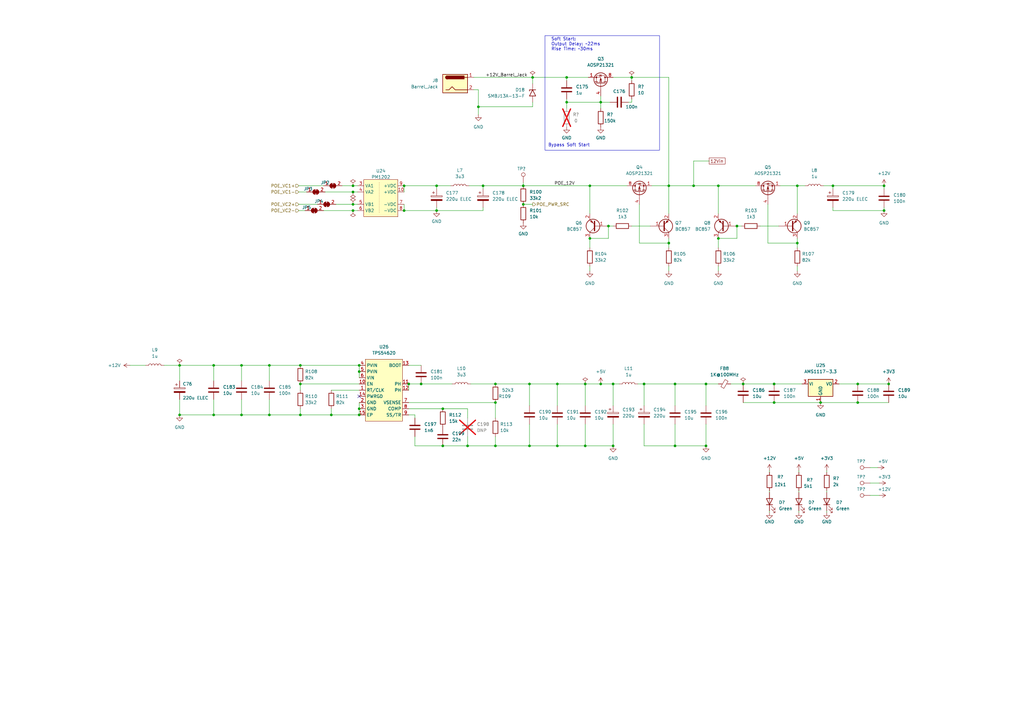
<source format=kicad_sch>
(kicad_sch (version 20230121) (generator eeschema)
  (paper "A3")
  (title_block (title "digital supply") (date "2023-11-27") (rev "r0_3") (company "M-Labs Limited") (comment 1 "Linus Woo Chun Kit"))
  (junction (at 259.08 31.75))
  (junction (at 87.63 149.86))
  (junction (at 179.07 86.36))
  (junction (at 165.735 86.36))
  (junction (at 364.49 157.48))
  (junction (at 241.935 97.79))
  (junction (at 276.86 157.48))
  (junction (at 144.78 76.2))
  (junction (at 181.61 182.88))
  (junction (at 274.32 99.695))
  (junction (at 147.32 167.64))
  (junction (at 241.935 76.2))
  (junction (at 251.46 182.88))
  (junction (at 181.61 167.64))
  (junction (at 144.78 83.82))
  (junction (at 284.48 76.2))
  (junction (at 246.38 157.48))
  (junction (at 317.5 165.1))
  (junction (at 228.6 157.48))
  (junction (at 203.2 157.48))
  (junction (at 362.585 86.36))
  (junction (at 251.46 157.48))
  (junction (at 110.49 170.18))
  (junction (at 144.78 86.36))
  (junction (at 167.64 157.48))
  (junction (at 274.32 76.2))
  (junction (at 135.89 170.18))
  (junction (at 73.66 170.18))
  (junction (at 214.63 83.82))
  (junction (at 302.26 92.71))
  (junction (at 246.38 41.91))
  (junction (at 196.215 43.815))
  (junction (at 240.03 182.88))
  (junction (at 147.32 149.86))
  (junction (at 203.2 182.88))
  (junction (at 336.55 165.1))
  (junction (at 240.03 157.48))
  (junction (at 249.555 92.71))
  (junction (at 110.49 149.86))
  (junction (at 351.79 165.1))
  (junction (at 294.64 97.79))
  (junction (at 123.19 170.18))
  (junction (at 317.5 157.48))
  (junction (at 289.56 157.48))
  (junction (at 351.79 157.48))
  (junction (at 203.2 165.1))
  (junction (at 327.025 76.2))
  (junction (at 217.17 182.88))
  (junction (at 214.63 76.2))
  (junction (at 304.8 157.48))
  (junction (at 217.17 157.48))
  (junction (at 179.07 76.2))
  (junction (at 87.63 170.18))
  (junction (at 232.41 31.75))
  (junction (at 362.585 76.2))
  (junction (at 144.78 78.74))
  (junction (at 123.19 149.86))
  (junction (at 341.63 76.2))
  (junction (at 73.66 149.86))
  (junction (at 165.735 76.2))
  (junction (at 218.44 31.75))
  (junction (at 327.025 99.695))
  (junction (at 99.06 170.18))
  (junction (at 294.64 76.2))
  (junction (at 289.56 182.88))
  (junction (at 232.41 41.91))
  (junction (at 147.32 152.4))
  (junction (at 228.6 182.88))
  (junction (at 191.77 182.88))
  (junction (at 99.06 149.86))
  (junction (at 123.19 157.48))
  (junction (at 276.86 182.88))
  (junction (at 147.32 170.18))
  (junction (at 172.72 157.48))
  (junction (at 198.12 76.2))
  (junction (at 264.16 157.48))
  (no_connect (at 147.32 162.56))
  (wire (pts (xy 337.82 76.2) (xy 341.63 76.2)))
  (wire (pts (xy 135.89 167.64) (xy 135.89 170.18)))
  (wire (pts (xy 294.64 76.2) (xy 309.88 76.2)))
  (wire (pts (xy 362.585 77.47) (xy 362.585 76.2)))
  (wire (pts (xy 87.63 149.86) (xy 99.06 149.86)))
  (wire (pts (xy 147.32 165.1) (xy 147.32 167.64)))
  (wire (pts (xy 165.735 86.36) (xy 179.07 86.36)))
  (wire (pts (xy 144.78 83.82) (xy 146.685 83.82)))
  (wire (pts (xy 140.335 76.2) (xy 144.78 76.2)))
  (wire (pts (xy 327.025 76.2) (xy 327.025 87.63)))
  (wire (pts (xy 110.49 149.86) (xy 123.19 149.86)))
  (wire (pts (xy 99.06 163.83) (xy 99.06 170.18)))
  (wire (pts (xy 339.09 209.55) (xy 339.09 210.185)))
  (wire (pts (xy 264.16 157.48) (xy 276.86 157.48)))
  (wire (pts (xy 241.935 76.2) (xy 257.175 76.2)))
  (wire (pts (xy 165.735 83.82) (xy 165.735 86.36)))
  (wire (pts (xy 294.64 97.79) (xy 294.64 101.6)))
  (wire (pts (xy 135.89 160.02) (xy 147.32 160.02)))
  (wire (pts (xy 228.6 182.88) (xy 240.03 182.88)))
  (wire (pts (xy 327.025 99.695) (xy 327.025 101.6)))
  (wire (pts (xy 218.44 31.75) (xy 194.31 31.75)))
  (wire (pts (xy 99.06 170.18) (xy 110.49 170.18)))
  (wire (pts (xy 110.49 170.18) (xy 123.19 170.18)))
  (wire (pts (xy 232.41 41.91) (xy 232.41 44.45)))
  (wire (pts (xy 192.405 76.2) (xy 198.12 76.2)))
  (wire (pts (xy 274.32 76.2) (xy 284.48 76.2)))
  (wire (pts (xy 341.63 76.2) (xy 362.585 76.2)))
  (wire (pts (xy 304.8 165.1) (xy 317.5 165.1)))
  (wire (pts (xy 170.18 179.07) (xy 170.18 182.88)))
  (wire (pts (xy 203.2 182.88) (xy 203.2 179.07)))
  (wire (pts (xy 181.61 167.64) (xy 191.77 167.64)))
  (wire (pts (xy 217.17 157.48) (xy 217.17 166.37)))
  (wire (pts (xy 53.34 149.86) (xy 59.69 149.86)))
  (wire (pts (xy 267.335 76.2) (xy 274.32 76.2)))
  (wire (pts (xy 122.555 83.82) (xy 130.175 83.82)))
  (wire (pts (xy 246.38 41.91) (xy 250.19 41.91)))
  (wire (pts (xy 147.32 149.86) (xy 147.32 152.4)))
  (wire (pts (xy 167.64 149.86) (xy 172.72 149.86)))
  (wire (pts (xy 123.19 157.48) (xy 123.19 160.02)))
  (wire (pts (xy 123.19 167.64) (xy 123.19 170.18)))
  (wire (pts (xy 73.66 163.83) (xy 73.66 170.18)))
  (wire (pts (xy 240.03 157.48) (xy 240.03 166.37)))
  (wire (pts (xy 132.715 86.36) (xy 144.78 86.36)))
  (wire (pts (xy 251.46 182.88) (xy 251.46 173.99)))
  (wire (pts (xy 259.08 40.64) (xy 259.08 41.91)))
  (wire (pts (xy 317.5 157.48) (xy 328.93 157.48)))
  (wire (pts (xy 276.86 157.48) (xy 289.56 157.48)))
  (wire (pts (xy 99.06 149.86) (xy 110.49 149.86)))
  (wire (pts (xy 320.04 76.2) (xy 327.025 76.2)))
  (wire (pts (xy 167.64 165.1) (xy 203.2 165.1)))
  (wire (pts (xy 284.48 76.2) (xy 294.64 76.2)))
  (wire (pts (xy 289.56 173.99) (xy 289.56 182.88)))
  (wire (pts (xy 251.46 157.48) (xy 251.46 166.37)))
  (wire (pts (xy 274.32 76.2) (xy 274.32 87.63)))
  (wire (pts (xy 123.19 157.48) (xy 147.32 157.48)))
  (wire (pts (xy 196.215 36.83) (xy 194.31 36.83)))
  (wire (pts (xy 218.44 41.91) (xy 218.44 43.815)))
  (wire (pts (xy 87.63 170.18) (xy 99.06 170.18)))
  (wire (pts (xy 135.89 170.18) (xy 147.32 170.18)))
  (wire (pts (xy 351.79 157.48) (xy 364.49 157.48)))
  (wire (pts (xy 179.07 76.2) (xy 179.07 77.47)))
  (wire (pts (xy 327.025 76.2) (xy 330.2 76.2)))
  (wire (pts (xy 123.19 149.86) (xy 147.32 149.86)))
  (wire (pts (xy 276.86 166.37) (xy 276.86 157.48)))
  (wire (pts (xy 144.78 78.74) (xy 146.685 78.74)))
  (wire (pts (xy 276.86 182.88) (xy 289.56 182.88)))
  (wire (pts (xy 232.41 40.64) (xy 232.41 41.91)))
  (wire (pts (xy 73.66 156.21) (xy 73.66 149.86)))
  (wire (pts (xy 232.41 41.91) (xy 246.38 41.91)))
  (wire (pts (xy 214.63 74.93) (xy 214.63 76.2)))
  (wire (pts (xy 198.12 76.2) (xy 214.63 76.2)))
  (wire (pts (xy 294.64 109.22) (xy 294.64 111.125)))
  (wire (pts (xy 122.555 86.36) (xy 125.095 86.36)))
  (wire (pts (xy 259.08 31.75) (xy 259.08 33.02)))
  (wire (pts (xy 217.17 157.48) (xy 228.6 157.48)))
  (wire (pts (xy 232.41 31.75) (xy 232.41 33.02)))
  (wire (pts (xy 259.08 41.91) (xy 257.81 41.91)))
  (wire (pts (xy 356.87 203.2) (xy 360.68 203.2)))
  (wire (pts (xy 246.38 39.37) (xy 246.38 41.91)))
  (wire (pts (xy 362.585 85.09) (xy 362.585 86.36)))
  (wire (pts (xy 203.2 157.48) (xy 217.17 157.48)))
  (wire (pts (xy 344.17 157.48) (xy 351.79 157.48)))
  (wire (pts (xy 123.19 170.18) (xy 135.89 170.18)))
  (wire (pts (xy 339.09 193.675) (xy 339.09 193.04)))
  (wire (pts (xy 198.12 76.2) (xy 198.12 77.47)))
  (wire (pts (xy 170.18 182.88) (xy 181.61 182.88)))
  (wire (pts (xy 294.64 76.2) (xy 294.64 87.63)))
  (wire (pts (xy 284.48 66.04) (xy 284.48 76.2)))
  (wire (pts (xy 290.83 66.04) (xy 284.48 66.04)))
  (wire (pts (xy 218.44 31.75) (xy 218.44 34.29)))
  (wire (pts (xy 191.77 182.88) (xy 203.2 182.88)))
  (wire (pts (xy 172.72 157.48) (xy 185.42 157.48)))
  (wire (pts (xy 261.62 157.48) (xy 264.16 157.48)))
  (wire (pts (xy 315.595 201.93) (xy 315.595 201.295)))
  (wire (pts (xy 251.46 31.75) (xy 259.08 31.75)))
  (wire (pts (xy 327.025 109.22) (xy 327.025 111.125)))
  (wire (pts (xy 110.49 163.83) (xy 110.49 170.18)))
  (wire (pts (xy 314.96 99.695) (xy 327.025 99.695)))
  (wire (pts (xy 249.555 92.71) (xy 251.46 92.71)))
  (wire (pts (xy 341.63 76.2) (xy 341.63 77.47)))
  (wire (pts (xy 203.2 182.88) (xy 217.17 182.88)))
  (wire (pts (xy 254 157.48) (xy 251.46 157.48)))
  (wire (pts (xy 360.045 191.77) (xy 356.87 191.77)))
  (wire (pts (xy 196.215 43.815) (xy 218.44 43.815)))
  (wire (pts (xy 246.38 41.91) (xy 246.38 44.45)))
  (wire (pts (xy 241.935 97.79) (xy 241.935 101.6)))
  (wire (pts (xy 198.12 85.09) (xy 198.12 86.36)))
  (wire (pts (xy 241.935 76.2) (xy 241.935 87.63)))
  (wire (pts (xy 314.96 83.82) (xy 314.96 99.695)))
  (wire (pts (xy 228.6 157.48) (xy 240.03 157.48)))
  (wire (pts (xy 264.16 182.88) (xy 264.16 173.99)))
  (wire (pts (xy 73.66 149.86) (xy 87.63 149.86)))
  (wire (pts (xy 315.595 193.675) (xy 315.595 193.04)))
  (wire (pts (xy 262.255 83.82) (xy 262.255 99.695)))
  (wire (pts (xy 179.07 86.36) (xy 179.07 85.09)))
  (wire (pts (xy 179.07 76.2) (xy 184.785 76.2)))
  (wire (pts (xy 147.32 167.64) (xy 147.32 170.18)))
  (wire (pts (xy 299.72 157.48) (xy 304.8 157.48)))
  (wire (pts (xy 196.215 43.815) (xy 196.215 36.83)))
  (wire (pts (xy 274.32 109.22) (xy 274.32 111.125)))
  (wire (pts (xy 241.935 109.22) (xy 241.935 111.125)))
  (wire (pts (xy 144.78 76.2) (xy 146.685 76.2)))
  (wire (pts (xy 232.41 31.75) (xy 241.3 31.75)))
  (wire (pts (xy 87.63 149.86) (xy 87.63 156.21)))
  (wire (pts (xy 165.735 76.2) (xy 165.735 78.74)))
  (wire (pts (xy 317.5 165.1) (xy 336.55 165.1)))
  (wire (pts (xy 203.2 171.45) (xy 203.2 165.1)))
  (wire (pts (xy 339.09 201.295) (xy 339.09 201.93)))
  (wire (pts (xy 167.64 157.48) (xy 172.72 157.48)))
  (wire (pts (xy 122.555 76.2) (xy 132.715 76.2)))
  (wire (pts (xy 137.795 83.82) (xy 144.78 83.82)))
  (wire (pts (xy 147.32 152.4) (xy 147.32 154.94)))
  (wire (pts (xy 170.18 170.18) (xy 170.18 171.45)))
  (wire (pts (xy 193.04 157.48) (xy 203.2 157.48)))
  (wire (pts (xy 241.935 97.79) (xy 249.555 97.79)))
  (wire (pts (xy 133.35 78.74) (xy 144.78 78.74)))
  (wire (pts (xy 198.12 86.36) (xy 179.07 86.36)))
  (wire (pts (xy 214.63 83.82) (xy 218.44 83.82)))
  (wire (pts (xy 144.78 86.36) (xy 146.685 86.36)))
  (wire (pts (xy 327.66 193.04) (xy 327.66 193.675)))
  (wire (pts (xy 228.6 157.48) (xy 228.6 166.37)))
  (wire (pts (xy 218.44 31.75) (xy 232.41 31.75)))
  (wire (pts (xy 264.16 182.88) (xy 276.86 182.88)))
  (wire (pts (xy 87.63 163.83) (xy 87.63 170.18)))
  (wire (pts (xy 191.77 182.88) (xy 191.77 179.07)))
  (wire (pts (xy 249.555 97.79) (xy 249.555 92.71)))
  (wire (pts (xy 294.64 97.79) (xy 302.26 97.79)))
  (wire (pts (xy 240.03 173.99) (xy 240.03 182.88)))
  (wire (pts (xy 217.17 173.99) (xy 217.17 182.88)))
  (wire (pts (xy 167.64 170.18) (xy 170.18 170.18)))
  (wire (pts (xy 327.025 97.79) (xy 327.025 99.695)))
  (wire (pts (xy 165.735 76.2) (xy 179.07 76.2)))
  (wire (pts (xy 315.595 210.185) (xy 315.595 209.55)))
  (wire (pts (xy 246.38 157.48) (xy 251.46 157.48)))
  (wire (pts (xy 181.61 182.88) (xy 191.77 182.88)))
  (wire (pts (xy 341.63 86.36) (xy 362.585 86.36)))
  (wire (pts (xy 327.66 210.185) (xy 327.66 209.55)))
  (wire (pts (xy 73.66 170.18) (xy 87.63 170.18)))
  (wire (pts (xy 276.86 173.99) (xy 276.86 182.88)))
  (wire (pts (xy 302.26 92.71) (xy 304.165 92.71)))
  (wire (pts (xy 67.31 149.86) (xy 73.66 149.86)))
  (wire (pts (xy 228.6 173.99) (xy 228.6 182.88)))
  (wire (pts (xy 110.49 149.86) (xy 110.49 156.21)))
  (wire (pts (xy 264.16 166.37) (xy 264.16 157.48)))
  (wire (pts (xy 191.77 167.64) (xy 191.77 171.45)))
  (wire (pts (xy 327.66 201.93) (xy 327.66 201.295)))
  (wire (pts (xy 360.68 198.12) (xy 356.87 198.12)))
  (wire (pts (xy 240.03 182.88) (xy 251.46 182.88)))
  (wire (pts (xy 274.32 99.695) (xy 274.32 101.6)))
  (wire (pts (xy 122.555 78.74) (xy 125.73 78.74)))
  (wire (pts (xy 262.255 99.695) (xy 274.32 99.695)))
  (wire (pts (xy 341.63 86.36) (xy 341.63 85.09)))
  (wire (pts (xy 351.79 165.1) (xy 364.49 165.1)))
  (wire (pts (xy 167.64 167.64) (xy 181.61 167.64)))
  (wire (pts (xy 304.8 157.48) (xy 317.5 157.48)))
  (wire (pts (xy 274.32 31.75) (xy 274.32 76.2)))
  (wire (pts (xy 259.08 92.71) (xy 266.7 92.71)))
  (wire (pts (xy 99.06 156.21) (xy 99.06 149.86)))
  (wire (pts (xy 311.785 92.71) (xy 319.405 92.71)))
  (wire (pts (xy 289.56 157.48) (xy 294.64 157.48)))
  (wire (pts (xy 302.26 97.79) (xy 302.26 92.71)))
  (wire (pts (xy 167.64 157.48) (xy 167.64 160.02)))
  (wire (pts (xy 259.08 31.75) (xy 274.32 31.75)))
  (wire (pts (xy 214.63 76.2) (xy 241.935 76.2)))
  (wire (pts (xy 274.32 97.79) (xy 274.32 99.695)))
  (wire (pts (xy 240.03 157.48) (xy 246.38 157.48)))
  (wire (pts (xy 217.17 182.88) (xy 228.6 182.88)))
  (wire (pts (xy 196.215 46.99) (xy 196.215 43.815)))
  (wire (pts (xy 289.56 166.37) (xy 289.56 157.48)))
  (wire (pts (xy 336.55 165.1) (xy 351.79 165.1)))
  (rectangle (start 223.52 14.605) (end 270.51 61.595))
  (text "Bypass Soft Start" (at 241.935 60.325 0) (effects (font (size 1.27 1.27)) (justify right bottom)))
  (text "Soft Start:\nOutput Delay: ~22ms\nRise Time: ~30ms\n" (at 226.06 20.955 0) (effects (font (size 1.27 1.27)) (justify left bottom)))
  (label "POE_12V" (at 227.33 76.2 0))
  (label "+12V_Barrel_Jack" (at 199.136 31.75 0))
  (global_label "12Vin" (shape passive) (at 290.83 66.04 0) (property "Intersheetrefs" "${INTERSHEET_REFS}" (effects hide)))
  (hierarchical_label "POE_PWR_SRC" (shape output) (at 218.44 83.82 0))
  (hierarchical_label "POE_VC2+" (shape input) (at 122.555 83.82 180))
  (hierarchical_label "POE_VC2-" (shape input) (at 122.555 86.36 180))
  (hierarchical_label "POE_VC1-" (shape input) (at 122.555 78.74 180))
  (hierarchical_label "POE_VC1+" (shape input) (at 122.555 76.2 180))
  (symbol (lib_id "Device:L") (at 189.23 157.48 90) (unit 1)
    (property "Reference" "L10" (at 189.23 151.13 90))
    (property "Value" "3u3" (at 189.23 153.67 90))
    (property "Footprint" "Inductor_SMD:L_Wuerth_MAPI-4020" (effects hide))
    (property "MFR_PN" "74438356033" (effects hide))
  )
  (symbol (lib_id "Device:C") (at 276.86 170.18 0) (unit 1)
    (property "Reference" "C195" (at 280.67 168.9099 0) (effects (justify left)))
    (property "Value" "10u" (at 280.67 171.4499 0) (effects (justify left)))
    (property "Footprint" "Capacitor_SMD:C_0805_2012Metric" (effects hide))
    (property "MFR_PN" "CL21B106KOQNNNG" (effects hide))
    (property "MFR_PN_ALT" "CL21B106KOQNNNE" (effects hide))
  )
  (symbol (lib_id "Device:C") (at 362.585 81.28 0) (unit 1)
    (property "Reference" "C180" (at 366.395 80.0099 0) (effects (justify left)))
    (property "Value" "100n" (at 366.395 82.5499 0) (effects (justify left)))
    (property "Footprint" "Capacitor_SMD:C_0603_1608Metric" (effects hide))
    (property "MFR_PN" "CL10B104KB8NNWC" (effects hide))
    (property "MFR_PN_ALT" "CL10B104KB8NNNL" (effects hide))
  )
  (symbol (lib_id "power:+5V") (at 327.66 193.04 0) (unit 1)
    (property "Reference" "#PWR0211" (effects hide))
    (property "Value" "+5V" (at 327.66 187.96 0))
  )
  (symbol (lib_id "Jumper:SolderJumper_2_Bridged") (at 136.525 76.2 0) (unit 1) (in_bom no)
    (property "Reference" "JP2" (at 133.35 74.93 0))
    (property "Value" "SolderJumper_2_Bridged" (effects hide))
    (property "Footprint" "Jumper:SolderJumper-2_P1.3mm_Bridged2Bar_Pad1.0x1.5mm" (effects hide))
  )
  (symbol (lib_id "Device:C_Polarized") (at 341.63 81.28 0) (unit 1)
    (property "Reference" "C179" (at 345.44 79.121 0) (effects (justify left)))
    (property "Value" "220u ELEC" (at 345.44 81.661 0) (effects (justify left)))
    (property "Footprint" "kirdy:Cap_Elec_SMD_865080345012" (effects hide))
    (property "MFR_PN" "865080345012" (effects hide))
  )
  (symbol (lib_id "Device:C_Polarized") (at 179.07 81.28 0) (unit 1)
    (property "Reference" "C177" (at 182.88 79.121 0) (effects (justify left)))
    (property "Value" "220u ELEC" (at 182.88 81.661 0) (effects (justify left)))
    (property "Footprint" "kirdy:Cap_Elec_SMD_865080345012" (effects hide))
    (property "MFR_PN" "865080345012" (effects hide))
    (instances (project "kirdy" (path "" (reference "C177") (unit 1)) (path "" (reference "C?") (unit 1))))
  )
  (symbol (lib_id "Device:R") (at 294.64 105.41 0) (unit 1)
    (property "Reference" "R106" (at 296.545 104.1399 0) (effects (justify left)))
    (property "Value" "33k2" (at 296.545 106.6799 0) (effects (justify left)))
    (property "Footprint" "Resistor_SMD:R_0603_1608Metric" (effects hide))
    (property "MFR_PN" "CR0603-FX-3322ELF" (effects hide))
    (property "MFR_PN_ALT" "RC0603FR-0733K2L" (effects hide))
  )
  (symbol (lib_id "Device:C") (at 170.18 175.26 0) (unit 1)
    (property "Reference" "C197" (at 173.99 173.9899 0) (effects (justify left)))
    (property "Value" "1n6" (at 173.99 176.5299 0) (effects (justify left)))
    (property "Footprint" "Capacitor_SMD:C_0603_1608Metric" (effects hide))
    (property "MFR_PN" "GCM1885C1H162FA16D" (effects hide))
    (property "MFR_PN_ALT" "C0603C162J5GAC7867" (effects hide))
  )
  (symbol (lib_id "Device:C_Polarized") (at 264.16 170.18 0) (unit 1)
    (property "Reference" "C194" (at 267.97 168.0209 0) (effects (justify left)))
    (property "Value" "220u" (at 267.97 170.5609 0) (effects (justify left)))
    (property "Footprint" "Capacitor_Tantalum_SMD:CP_EIA-7343-15_Kemet-W" (effects hide))
    (property "MFR_PN" "T491D227K016AT" (effects hide))
    (property "MFR_PN_ALT" "293D227X9016E2TE3" (effects hide))
  )
  (symbol (lib_id "Transistor_BJT:BC857") (at 324.485 92.71 0) (mirror x) (unit 1)
    (property "Reference" "Q9" (at 329.565 91.4399 0) (effects (justify left)))
    (property "Value" "BC857" (at 329.565 93.9799 0) (effects (justify left)))
    (property "Footprint" "Package_TO_SOT_SMD:SOT-23" (effects hide))
    (property "Datasheet" "https://www.onsemi.com/pub/Collateral/BC860-D.pdf" (effects hide))
    (property "MFR_PN" "BC857B-TP" (effects hide))
    (property "MFR_PN_ALT" "BC857C-TP" (effects hide))
  )
  (symbol (lib_id "Device:C") (at 240.03 170.18 0) (unit 1)
    (property "Reference" "C192" (at 243.84 168.9099 0) (effects (justify left)))
    (property "Value" "10u" (at 243.84 171.4499 0) (effects (justify left)))
    (property "Footprint" "Capacitor_SMD:C_0805_2012Metric" (effects hide))
    (property "MFR_PN" "CL21B106KOQNNNG" (effects hide))
    (property "MFR_PN_ALT" "CL21B106KOQNNNE" (effects hide))
  )
  (symbol (lib_id "power:+12V") (at 315.595 193.04 0) (unit 1)
    (property "Reference" "#PWR0210" (effects hide))
    (property "Value" "+12V" (at 315.595 187.96 0))
  )
  (symbol (lib_id "power:GND") (at 196.215 46.99 0) (mirror y) (unit 1)
    (property "Reference" "#PWR0191" (effects hide))
    (property "Value" "GND" (at 196.215 52.07 0))
  )
  (symbol (lib_id "power:GND") (at 274.32 111.125 0) (unit 1)
    (property "Reference" "#PWR0199" (effects hide))
    (property "Value" "GND" (at 274.32 116.205 0))
  )
  (symbol (lib_id "Device:R") (at 181.61 171.45 0) (unit 1)
    (property "Reference" "R112" (at 184.15 170.1799 0) (effects (justify left)))
    (property "Value" "15k" (at 184.15 172.7199 0) (effects (justify left)))
    (property "Footprint" "Resistor_SMD:R_0603_1608Metric" (effects hide))
    (property "MFR_PN" "RT0603FRE0715KL" (effects hide))
  )
  (symbol (lib_id "Device:C") (at 304.8 161.29 0) (unit 1)
    (property "Reference" "C186" (at 308.61 160.0199 0) (effects (justify left)))
    (property "Value" "10u" (at 308.61 162.5599 0) (effects (justify left)))
    (property "Footprint" "Capacitor_SMD:C_0805_2012Metric" (effects hide))
    (property "MFR_PN" "CL21B106KOQNNNG" (effects hide))
    (property "MFR_PN_ALT" "CL21B106KOQNNNE" (effects hide))
  )
  (symbol (lib_id "Device:C") (at 351.79 161.29 0) (unit 1)
    (property "Reference" "C188" (at 355.6 160.0199 0) (effects (justify left)))
    (property "Value" "100n" (at 355.6 162.5599 0) (effects (justify left)))
    (property "Footprint" "Capacitor_SMD:C_0603_1608Metric" (effects hide))
    (property "MFR_PN" "CL10B104KB8NNWC" (effects hide))
    (property "MFR_PN_ALT" "CL10B104KB8NNNL" (effects hide))
  )
  (symbol (lib_id "power:+12V") (at 362.585 76.2 0) (unit 1)
    (property "Reference" "#PWR0194" (effects hide))
    (property "Value" "+12V" (at 362.585 71.12 0))
  )
  (symbol (lib_id "power:PWR_FLAG") (at 304.8 157.48 0) (unit 1)
    (property "Reference" "#FLG027" (effects hide))
    (property "Value" "PWR_FLAG" (effects hide))
  )
  (symbol (lib_id "power:GND") (at 241.935 111.125 0) (unit 1)
    (property "Reference" "#PWR0198" (effects hide))
    (property "Value" "GND" (at 241.935 116.205 0))
  )
  (symbol (lib_id "Device:L") (at 188.595 76.2 90) (unit 1)
    (property "Reference" "L7" (at 188.595 69.85 90))
    (property "Value" "3u3" (at 188.595 72.39 90))
    (property "Footprint" "Inductor_SMD:L_Wuerth_MAPI-4020" (effects hide))
    (property "MFR_PN" "74438356033" (effects hide))
  )
  (symbol (lib_id "Device:C") (at 87.63 160.02 0) (unit 1)
    (property "Reference" "C183" (at 91.44 158.7499 0) (effects (justify left)))
    (property "Value" "10u" (at 91.44 161.2899 0) (effects (justify left)))
    (property "Footprint" "Capacitor_SMD:C_0805_2012Metric" (effects hide))
    (property "MFR_PN" "CL21B106KOQNNNG" (effects hide))
    (property "MFR_PN_ALT" "CL21B106KOQNNNE" (effects hide))
  )
  (symbol (lib_id "power:PWR_FLAG") (at 144.78 86.36 180) (unit 1)
    (property "Reference" "#FLG024" (effects hide))
    (property "Value" "PWR_FLAG" (effects hide))
  )
  (symbol (lib_id "Device:R") (at 123.19 153.67 0) (unit 1)
    (property "Reference" "R108" (at 125.095 152.3999 0) (effects (justify left)))
    (property "Value" "82k" (at 125.095 154.9399 0) (effects (justify left)))
    (property "Footprint" "Resistor_SMD:R_0603_1608Metric" (effects hide))
    (property "MFR_PN" "CRGCQ0603F82K" (effects hide))
    (property "MFR_PN_ALT" "RMCF0603FT82K0" (effects hide))
  )
  (symbol (lib_id "Connector:TestPoint") (at 356.87 203.2 90) (unit 1)
    (property "Reference" "TP?" (at 354.965 200.66 90) (effects (justify left)))
    (property "Value" "TestPoint" (effects hide))
    (property "Footprint" "TestPoint:TestPoint_Pad_1.0x1.0mm" (effects hide))
    (instances (project "kirdy" (path "" (reference "TP?") (unit 1)) (path "" (reference "TP?") (unit 1)) (path "" (reference "TP15") (unit 1))))
  )
  (symbol (lib_id "Device:C_Polarized") (at 251.46 170.18 0) (unit 1)
    (property "Reference" "C193" (at 255.27 168.0209 0) (effects (justify left)))
    (property "Value" "220u" (at 255.27 170.5609 0) (effects (justify left)))
    (property "Footprint" "Capacitor_Tantalum_SMD:CP_EIA-7343-15_Kemet-W" (effects hide))
    (property "MFR_PN" "T491D227K016AT" (effects hide))
    (property "MFR_PN_ALT" "293D227X9016E2TE3" (effects hide))
  )
  (symbol (lib_id "kirdy:PM1202") (at 155.575 83.82 0) (unit 1)
    (property "Reference" "U24" (at 156.21 70.0872 0))
    (property "Value" "PM1202" (at 156.21 72.6241 0))
    (property "Footprint" "kirdy:PM1202" (effects hide))
    (property "Datasheet" "https://www.sdapo.net/product/product-12-386.html" (effects hide))
    (property "MFR_PN" "PM1202" (effects hide))
  )
  (symbol (lib_id "Device:R") (at 307.975 92.71 90) (unit 1)
    (property "Reference" "R103" (at 307.975 86.36 90))
    (property "Value" "1k3" (at 307.975 88.9 90))
    (property "Footprint" "Resistor_SMD:R_0603_1608Metric" (effects hide))
    (property "MFR_PN" "RC0603FR-071K3L" (effects hide))
    (property "MFR_PN_ALT" "CRCW06031K30FKEAC" (effects hide))
  )
  (symbol (lib_id "Device:C") (at 172.72 153.67 0) (unit 1)
    (property "Reference" "C181" (at 176.53 152.3999 0) (effects (justify left)))
    (property "Value" "100n" (at 176.53 154.9399 0) (effects (justify left)))
    (property "Footprint" "Capacitor_SMD:C_0603_1608Metric" (effects hide))
    (property "MFR_PN" "CL10B104KB8NNWC" (effects hide))
    (property "MFR_PN_ALT" "CL10B104KB8NNNL" (effects hide))
  )
  (symbol (lib_id "Device:R") (at 232.41 48.26 180) (unit 1) (dnp yes)
    (property "Reference" "R?" (at 236.22 46.99 0))
    (property "Value" "0" (at 236.22 49.53 0))
    (property "Footprint" "Resistor_SMD:R_0603_1608Metric" (effects hide))
    (property "MFR_PN" "RMCF0603ZT0R00" (effects hide))
    (property "MFR_PN_ALT" "CR0603-J/-000ELF" (effects hide))
    (instances (project "kirdy" (path "" (reference "R?") (unit 1)) (path "" (reference "R98") (unit 1))))
  )
  (symbol (lib_id "Diode:SM6T15A") (at 218.44 38.1 90) (mirror x) (unit 1)
    (property "Reference" "D18" (at 215.265 36.8299 90) (effects (justify left)))
    (property "Value" "SMBJ13A-13-F" (at 215.265 39.3699 90) (effects (justify left)))
    (property "Footprint" "Diode_SMD:D_SMB" (effects hide))
    (property "Datasheet" "https://www.st.com/resource/en/datasheet/sm6t.pdf" (effects hide))
    (property "MFR_PN" "SMBJ13A-13-F" (effects hide))
    (property "MFR_PN_ALT" "P6SMB16A" (effects hide))
  )
  (symbol (lib_id "power:PWR_FLAG") (at 144.78 78.74 180) (unit 1)
    (property "Reference" "#FLG022" (effects hide))
    (property "Value" "PWR_FLAG" (effects hide))
  )
  (symbol (lib_id "Device:LED") (at 315.595 205.74 90) (unit 1)
    (property "Reference" "D?" (at 319.405 206.0575 90) (effects (justify right)))
    (property "Value" "Green" (at 319.405 208.5975 90) (effects (justify right)))
    (property "Footprint" "LED_SMD:LED_0603_1608Metric" (effects hide))
    (property "MFR_PN" "150060GS75000" (effects hide))
    (instances (project "kirdy" (path "" (reference "D?") (unit 1)) (path "" (reference "D19") (unit 1))))
  )
  (symbol (lib_id "power:PWR_FLAG") (at 144.78 83.82 0) (unit 1)
    (property "Reference" "#FLG023" (effects hide))
    (property "Value" "PWR_FLAG" (effects hide))
  )
  (symbol (lib_id "Jumper:SolderJumper_2_Bridged") (at 128.905 86.36 0) (unit 1) (in_bom no)
    (property "Reference" "JP5" (at 125.73 85.09 0))
    (property "Value" "SolderJumper_2_Bridged" (effects hide))
    (property "Footprint" "Jumper:SolderJumper-2_P1.3mm_Bridged2Bar_Pad1.0x1.5mm" (effects hide))
  )
  (symbol (lib_id "Device:C") (at 228.6 170.18 0) (unit 1)
    (property "Reference" "C191" (at 232.41 168.9099 0) (effects (justify left)))
    (property "Value" "10u" (at 232.41 171.4499 0) (effects (justify left)))
    (property "Footprint" "Capacitor_SMD:C_0805_2012Metric" (effects hide))
    (property "MFR_PN" "CL21B106KOQNNNG" (effects hide))
    (property "MFR_PN_ALT" "CL21B106KOQNNNE" (effects hide))
  )
  (symbol (lib_id "Device:R") (at 203.2 161.29 180) (unit 1)
    (property "Reference" "R109" (at 207.01 162.56 0))
    (property "Value" "52k3" (at 208.28 160.02 0))
    (property "Footprint" "Resistor_SMD:R_0603_1608Metric" (effects hide))
    (property "MFR_PN" "CR0603-FX-5232ELF" (effects hide))
    (property "MFR_PN_ALT" "ERJ-3EKF5232V" (effects hide))
  )
  (symbol (lib_id "Device:C") (at 191.77 175.26 0) (unit 1) (dnp yes)
    (property "Reference" "C198" (at 195.58 173.9899 0) (effects (justify left)))
    (property "Value" "DNP" (at 195.58 176.5299 0) (effects (justify left)))
    (property "Footprint" "Capacitor_SMD:C_0603_1608Metric" (effects hide))
  )
  (symbol (lib_id "power:PWR_FLAG") (at 259.08 31.75 0) (mirror y) (unit 1)
    (property "Reference" "#FLG020" (effects hide))
    (property "Value" "PWR_FLAG" (effects hide))
  )
  (symbol (lib_id "Device:R") (at 214.63 80.01 0) (unit 1)
    (property "Reference" "R100" (at 217.17 78.7399 0) (effects (justify left)))
    (property "Value" "33k2" (at 217.17 81.2799 0) (effects (justify left)))
    (property "Footprint" "Resistor_SMD:R_0603_1608Metric" (effects hide))
    (property "MFR_PN" "CR0603-FX-3322ELF" (effects hide))
    (property "MFR_PN_ALT" "RC0603FR-0733K2L" (effects hide))
  )
  (symbol (lib_id "power:GND") (at 73.66 170.18 0) (unit 1)
    (property "Reference" "#PWR0206" (effects hide))
    (property "Value" "GND" (at 73.66 175.26 0))
  )
  (symbol (lib_id "Device:R") (at 255.27 92.71 90) (unit 1)
    (property "Reference" "R102" (at 255.27 86.36 90))
    (property "Value" "1k3" (at 255.27 88.9 90))
    (property "Footprint" "Resistor_SMD:R_0603_1608Metric" (effects hide))
    (property "MFR_PN" "RC0603FR-071K3L" (effects hide))
    (property "MFR_PN_ALT" "CRCW06031K30FKEAC" (effects hide))
  )
  (symbol (lib_id "Device:L") (at 257.81 157.48 90) (unit 1)
    (property "Reference" "L11" (at 257.81 151.13 90))
    (property "Value" "1u" (at 257.81 153.67 90))
    (property "Footprint" "Inductor_SMD:L_1008_2520Metric" (effects hide))
    (property "MFR_PN" "DFE252012F-1R0M=P2" (effects hide))
    (property "MFR_PN_ALT" "DFE252012P-1R0M=P2" (effects hide))
  )
  (symbol (lib_id "Device:LED") (at 327.66 205.74 90) (unit 1)
    (property "Reference" "D?" (at 331.47 206.0575 90) (effects (justify right)))
    (property "Value" "Green" (at 331.47 208.5975 90) (effects (justify right)))
    (property "Footprint" "LED_SMD:LED_0603_1608Metric" (effects hide))
    (property "MFR_PN" "150060GS75000" (effects hide))
    (instances (project "kirdy" (path "" (reference "D?") (unit 1)) (path "" (reference "D20") (unit 1))))
  )
  (symbol (lib_id "Device:R") (at 259.08 36.83 180) (unit 1)
    (property "Reference" "R?" (at 262.89 35.56 0))
    (property "Value" "10" (at 262.89 38.1 0))
    (property "Footprint" "Resistor_SMD:R_0603_1608Metric" (effects hide))
    (property "MFR_PN" "RT0603BRD0710RL" (effects hide))
    (property "MFR_PN_ALT" "WR06X10R0FTL" (effects hide))
    (instances (project "kirdy" (path "" (reference "R?") (unit 1)) (path "" (reference "R97") (unit 1))))
  )
  (symbol (lib_id "Device:C") (at 289.56 170.18 0) (unit 1)
    (property "Reference" "C196" (at 293.37 168.9099 0) (effects (justify left)))
    (property "Value" "100n" (at 293.37 171.4499 0) (effects (justify left)))
    (property "Footprint" "Capacitor_SMD:C_0603_1608Metric" (effects hide))
    (property "MFR_PN" "CL10B104KB8NNWC" (effects hide))
    (property "MFR_PN_ALT" "CL10B104KB8NNNL" (effects hide))
  )
  (symbol (lib_id "power:+5V") (at 246.38 157.48 0) (unit 1)
    (property "Reference" "#PWR0203" (effects hide))
    (property "Value" "+5V" (at 246.38 152.4 0))
  )
  (symbol (lib_id "Device:R") (at 241.935 105.41 0) (unit 1)
    (property "Reference" "R104" (at 243.84 104.1399 0) (effects (justify left)))
    (property "Value" "33k2" (at 243.84 106.6799 0) (effects (justify left)))
    (property "Footprint" "Resistor_SMD:R_0603_1608Metric" (effects hide))
    (property "MFR_PN" "CR0603-FX-3322ELF" (effects hide))
    (property "MFR_PN_ALT" "RC0603FR-0733K2L" (effects hide))
  )
  (symbol (lib_id "power:PWR_FLAG") (at 73.66 149.86 0) (unit 1)
    (property "Reference" "#FLG025" (effects hide))
    (property "Value" "PWR_FLAG" (effects hide))
  )
  (symbol (lib_id "Transistor_BJT:BC857") (at 297.18 92.71 180) (unit 1)
    (property "Reference" "Q8" (at 291.465 91.4399 0) (effects (justify left)))
    (property "Value" "BC857" (at 291.465 93.9799 0) (effects (justify left)))
    (property "Footprint" "Package_TO_SOT_SMD:SOT-23" (effects hide))
    (property "Datasheet" "https://www.onsemi.com/pub/Collateral/BC860-D.pdf" (effects hide))
    (property "MFR_PN" "BC857B-TP" (effects hide))
    (property "MFR_PN_ALT" "BC857C-TP" (effects hide))
  )
  (symbol (lib_id "power:GND") (at 327.025 111.125 0) (unit 1)
    (property "Reference" "#PWR0201" (effects hide))
    (property "Value" "GND" (at 327.025 116.205 0))
  )
  (symbol (lib_id "Device:R") (at 327.66 197.485 180) (unit 1)
    (property "Reference" "R?" (at 332.105 196.85 0))
    (property "Value" "5k1" (at 331.47 199.39 0))
    (property "Footprint" "Resistor_SMD:R_0603_1608Metric" (effects hide))
    (property "MFR_PN" "RMCF0603FT5K10" (effects hide))
    (property "MFR_PN_ALT" "CR0603-FX-5101ELF" (effects hide))
    (instances (project "kirdy" (path "" (reference "R?") (unit 1)) (path "" (reference "R?") (unit 1)) (path "" (reference "R115") (unit 1))))
  )
  (symbol (lib_id "Device:R") (at 203.2 175.26 0) (unit 1)
    (property "Reference" "R113" (at 205.105 173.9899 0) (effects (justify left)))
    (property "Value" "10k" (at 205.105 176.5299 0) (effects (justify left)))
    (property "Footprint" "Resistor_SMD:R_0603_1608Metric" (effects hide))
    (property "MFR_PN" "RNCP0603FTD10K0" (effects hide))
    (property "MFR_PN_ALT" "RMCF0603FT10K0" (effects hide))
  )
  (symbol (lib_id "Device:C_Polarized") (at 73.66 160.02 0) (unit 1)
    (property "Reference" "C76" (at 74.93 157.48 0) (effects (justify left)))
    (property "Value" "220u ELEC" (at 74.93 163.195 0) (effects (justify left)))
    (property "Footprint" "kirdy:Cap_Elec_SMD_865080345012" (effects hide))
    (property "MFR_PN" "865080345012" (effects hide))
  )
  (symbol (lib_id "Device:R") (at 339.09 197.485 180) (unit 1)
    (property "Reference" "R?" (at 341.63 196.215 0) (effects (justify right)))
    (property "Value" "2k" (at 341.63 198.755 0) (effects (justify right)))
    (property "Footprint" "Resistor_SMD:R_0603_1608Metric" (effects hide))
    (property "MFR_PN" "RC0603FR-072KL" (effects hide))
    (property "MFR_PN_ALT" "ERJ-3EKF2001V" (effects hide))
    (instances (project "kirdy" (path "" (reference "R?") (unit 1)) (path "" (reference "R?") (unit 1)) (path "" (reference "R116") (unit 1))))
  )
  (symbol (lib_id "Device:C") (at 181.61 179.07 0) (unit 1)
    (property "Reference" "C199" (at 185.42 177.7999 0) (effects (justify left)))
    (property "Value" "22n" (at 185.42 180.3399 0) (effects (justify left)))
    (property "Footprint" "Capacitor_SMD:C_0603_1608Metric" (effects hide))
    (property "MFR_PN" "06035C223JAT2A" (effects hide))
    (property "MFR_PN_ALT" "0603B223J250CT" (effects hide))
  )
  (symbol (lib_id "power:+3V3") (at 339.09 193.04 0) (unit 1)
    (property "Reference" "#PWR0212" (effects hide))
    (property "Value" "+3V3" (at 339.09 187.96 0))
  )
  (symbol (lib_id "Device:C") (at 254 41.91 90) (unit 1)
    (property "Reference" "C176" (at 254 37.465 90))
    (property "Value" "100n" (at 259.08 43.815 90))
    (property "Footprint" "Capacitor_SMD:C_0603_1608Metric" (effects hide))
    (property "MFR_PN" "CL10B104KB8NNWC" (effects hide))
    (property "MFR_PN_ALT" "CL10B104KB8NNNL" (effects hide))
  )
  (symbol (lib_id "Transistor_FET:FDS9435A") (at 246.38 34.29 270) (mirror x) (unit 1)
    (property "Reference" "Q3" (at 246.38 24.13 90))
    (property "Value" "AOSP21321" (at 246.38 26.67 90))
    (property "Footprint" "Package_SO:SOIC-8_3.9x4.9mm_P1.27mm" (effects hide))
    (property "Datasheet" "https://www.onsemi.com/pub/Collateral/FDS9435A-D.PDF" (effects hide))
    (property "MFR_PN" "AOSP21321" (effects hide))
    (property "MFR_PN_ALT" "AO4411" (effects hide))
  )
  (symbol (lib_id "power:GND") (at 179.07 86.36 0) (unit 1)
    (property "Reference" "#PWR0195" (effects hide))
    (property "Value" "GND" (at 179.07 90.8034 0))
  )
  (symbol (lib_id "power:PWR_FLAG") (at 144.78 76.2 0) (unit 1)
    (property "Reference" "#FLG021" (effects hide))
    (property "Value" "PWR_FLAG" (effects hide))
  )
  (symbol (lib_id "power:GND") (at 362.585 86.36 0) (unit 1)
    (property "Reference" "#PWR0196" (effects hide))
    (property "Value" "GND" (at 362.585 91.44 0))
  )
  (symbol (lib_id "Device:C") (at 110.49 160.02 0) (unit 1)
    (property "Reference" "C185" (at 114.3 158.7499 0) (effects (justify left)))
    (property "Value" "100n" (at 114.3 161.2899 0) (effects (justify left)))
    (property "Footprint" "Capacitor_SMD:C_0603_1608Metric" (effects hide))
    (property "MFR_PN" "CL10B104KB8NNWC" (effects hide))
    (property "MFR_PN_ALT" "CL10B104KB8NNNL" (effects hide))
  )
  (symbol (lib_id "power:GND") (at 214.63 91.44 0) (unit 1)
    (property "Reference" "#PWR0197" (effects hide))
    (property "Value" "GND" (at 214.63 95.885 0))
  )
  (symbol (lib_id "Device:L") (at 63.5 149.86 90) (unit 1)
    (property "Reference" "L9" (at 63.5 143.51 90))
    (property "Value" "1u" (at 63.5 146.05 90))
    (property "Footprint" "Inductor_SMD:L_1008_2520Metric" (effects hide))
    (property "MFR_PN" "DFE252012F-1R0M=P2" (effects hide))
    (property "MFR_PN_ALT" "DFE252012P-1R0M=P2" (effects hide))
  )
  (symbol (lib_id "Device:R") (at 135.89 163.83 0) (unit 1)
    (property "Reference" "R111" (at 137.795 162.5599 0) (effects (justify left)))
    (property "Value" "82k" (at 137.795 165.0999 0) (effects (justify left)))
    (property "Footprint" "Resistor_SMD:R_0603_1608Metric" (effects hide))
    (property "MFR_PN" "CRGCQ0603F82K" (effects hide))
    (property "MFR_PN_ALT" "RMCF0603FT82K0" (effects hide))
  )
  (symbol (lib_id "power:GND") (at 339.09 210.185 0) (unit 1)
    (property "Reference" "#PWR?" (effects hide))
    (property "Value" "GND" (at 339.09 213.995 0))
    (instances (project "kirdy" (path "" (reference "#PWR?") (unit 1)) (path "" (reference "#PWR0217") (unit 1))))
  )
  (symbol (lib_id "Jumper:SolderJumper_2_Bridged") (at 133.985 83.82 0) (unit 1) (in_bom no)
    (property "Reference" "JP4" (at 130.81 82.55 0))
    (property "Value" "SolderJumper_2_Bridged" (effects hide))
    (property "Footprint" "Jumper:SolderJumper-2_P1.3mm_Bridged2Bar_Pad1.0x1.5mm" (effects hide))
  )
  (symbol (lib_id "Jumper:SolderJumper_2_Bridged") (at 129.54 78.74 0) (unit 1) (in_bom no)
    (property "Reference" "JP3" (at 126.365 77.47 0))
    (property "Value" "SolderJumper_2_Bridged" (effects hide))
    (property "Footprint" "Jumper:SolderJumper-2_P1.3mm_Bridged2Bar_Pad1.0x1.5mm" (effects hide))
  )
  (symbol (lib_id "power:GND") (at 294.64 111.125 0) (unit 1)
    (property "Reference" "#PWR0200" (effects hide))
    (property "Value" "GND" (at 294.64 116.205 0))
  )
  (symbol (lib_id "Device:C") (at 217.17 170.18 0) (unit 1)
    (property "Reference" "C190" (at 220.98 168.9099 0) (effects (justify left)))
    (property "Value" "10u" (at 220.98 171.4499 0) (effects (justify left)))
    (property "Footprint" "Capacitor_SMD:C_0805_2012Metric" (effects hide))
    (property "MFR_PN" "CL21B106KOQNNNG" (effects hide))
    (property "MFR_PN_ALT" "CL21B106KOQNNNE" (effects hide))
  )
  (symbol (lib_id "Transistor_BJT:BC857") (at 244.475 92.71 180) (unit 1)
    (property "Reference" "Q6" (at 238.76 91.4399 0) (effects (justify left)))
    (property "Value" "BC857" (at 238.76 93.9799 0) (effects (justify left)))
    (property "Footprint" "Package_TO_SOT_SMD:SOT-23" (effects hide))
    (property "Datasheet" "https://www.onsemi.com/pub/Collateral/BC860-D.pdf" (effects hide))
    (property "MFR_PN" "BC857B-TP" (effects hide))
    (property "MFR_PN_ALT" "BC857C-TP" (effects hide))
  )
  (symbol (lib_id "power:GND") (at 251.46 182.88 0) (unit 1)
    (property "Reference" "#PWR0207" (effects hide))
    (property "Value" "GND" (at 251.46 187.96 0))
  )
  (symbol (lib_id "Device:R") (at 214.63 87.63 0) (unit 1)
    (property "Reference" "R101" (at 217.17 86.3599 0) (effects (justify left)))
    (property "Value" "10k" (at 217.17 88.8999 0) (effects (justify left)))
    (property "Footprint" "Resistor_SMD:R_0603_1608Metric" (effects hide))
    (property "MFR_PN" "RNCP0603FTD10K0" (effects hide))
    (property "MFR_PN_ALT" "RMCF0603FT10K0" (effects hide))
  )
  (symbol (lib_id "Connector:TestPoint") (at 214.63 74.93 0) (unit 1)
    (property "Reference" "TP?" (at 212.09 69.215 0) (effects (justify left)))
    (property "Value" "TestPoint" (effects hide))
    (property "Footprint" "TestPoint:TestPoint_Pad_1.0x1.0mm" (effects hide))
    (instances (project "kirdy" (path "" (reference "TP?") (unit 1)) (path "" (reference "TP?") (unit 1)) (path "" (reference "TP12") (unit 1))))
  )
  (symbol (lib_id "Device:R") (at 274.32 105.41 0) (unit 1)
    (property "Reference" "R105" (at 276.225 104.1399 0) (effects (justify left)))
    (property "Value" "82k" (at 276.225 106.6799 0) (effects (justify left)))
    (property "Footprint" "Resistor_SMD:R_0603_1608Metric" (effects hide))
    (property "MFR_PN" "CRGCQ0603F82K" (effects hide))
    (property "MFR_PN_ALT" "RMCF0603FT82K0" (effects hide))
  )
  (symbol (lib_id "Device:C") (at 317.5 161.29 0) (unit 1)
    (property "Reference" "C187" (at 321.31 160.0199 0) (effects (justify left)))
    (property "Value" "100n" (at 321.31 162.5599 0) (effects (justify left)))
    (property "Footprint" "Capacitor_SMD:C_0603_1608Metric" (effects hide))
    (property "MFR_PN" "CL10B104KB8NNWC" (effects hide))
    (property "MFR_PN_ALT" "CL10B104KB8NNNL" (effects hide))
  )
  (symbol (lib_id "Device:LED") (at 339.09 205.74 90) (unit 1)
    (property "Reference" "D?" (at 342.9 206.0575 90) (effects (justify right)))
    (property "Value" "Green" (at 342.9 208.5975 90) (effects (justify right)))
    (property "Footprint" "LED_SMD:LED_0603_1608Metric" (effects hide))
    (property "MFR_PN" "150060GS75000" (effects hide))
    (instances (project "kirdy" (path "" (reference "D?") (unit 1)) (path "" (reference "D21") (unit 1))))
  )
  (symbol (lib_id "power:GND") (at 327.66 210.185 0) (unit 1)
    (property "Reference" "#PWR?" (effects hide))
    (property "Value" "GND" (at 327.66 213.995 0))
    (instances (project "kirdy" (path "" (reference "#PWR?") (unit 1)) (path "" (reference "#PWR0216") (unit 1))))
  )
  (symbol (lib_id "power:GND") (at 246.38 52.07 0) (mirror y) (unit 1)
    (property "Reference" "#PWR0193" (effects hide))
    (property "Value" "GND" (at 246.38 56.515 0))
  )
  (symbol (lib_id "Device:C_Polarized") (at 198.12 81.28 0) (unit 1)
    (property "Reference" "C178" (at 201.93 79.121 0) (effects (justify left)))
    (property "Value" "220u ELEC" (at 201.93 81.661 0) (effects (justify left)))
    (property "Footprint" "kirdy:Cap_Elec_SMD_865080345012" (effects hide))
    (property "MFR_PN" "865080345012" (effects hide))
    (instances (project "kirdy" (path "" (reference "C178") (unit 1)) (path "" (reference "C?") (unit 1))))
  )
  (symbol (lib_id "Device:C") (at 232.41 36.83 0) (unit 1)
    (property "Reference" "C175" (at 236.22 35.56 0) (effects (justify left)))
    (property "Value" "1u" (at 236.22 38.1 0) (effects (justify left)))
    (property "Footprint" "Capacitor_SMD:C_0603_1608Metric" (effects hide))
    (property "MFR_PN" "CL10B105KA8NNNC" (effects hide))
    (property "MFR_PN_ALT" "CGA3E1X7R1E105K080AC" (effects hide))
  )
  (symbol (lib_id "Device:R") (at 123.19 163.83 0) (unit 1)
    (property "Reference" "R110" (at 125.095 162.5599 0) (effects (justify left)))
    (property "Value" "33k2" (at 125.095 165.0999 0) (effects (justify left)))
    (property "Footprint" "Resistor_SMD:R_0603_1608Metric" (effects hide))
    (property "MFR_PN" "CR0603-FX-3322ELF" (effects hide))
    (property "MFR_PN_ALT" "RC0603FR-0733K2L" (effects hide))
  )
  (symbol (lib_id "power:GND") (at 336.55 165.1 0) (unit 1)
    (property "Reference" "#PWR0205" (effects hide))
    (property "Value" "GND" (at 336.55 170.18 0))
  )
  (symbol (lib_id "Device:C") (at 364.49 161.29 0) (unit 1)
    (property "Reference" "C189" (at 368.3 160.0199 0) (effects (justify left)))
    (property "Value" "10u" (at 368.3 162.5599 0) (effects (justify left)))
    (property "Footprint" "Capacitor_SMD:C_0805_2012Metric" (effects hide))
    (property "MFR_PN" "CL21B106KOQNNNG" (effects hide))
    (property "MFR_PN_ALT" "CL21B106KOQNNNE" (effects hide))
  )
  (symbol (lib_id "power:+5V") (at 360.045 191.77 270) (unit 1)
    (property "Reference" "#PWR0209" (effects hide))
    (property "Value" "+5V" (at 360.045 189.23 90) (effects (justify left)))
  )
  (symbol (lib_id "Device:R") (at 246.38 48.26 180) (unit 1)
    (property "Reference" "R?" (at 250.19 46.99 0))
    (property "Value" "150k" (at 250.19 49.53 0))
    (property "Footprint" "Resistor_SMD:R_0603_1608Metric" (effects hide))
    (property "MFR_PN" "CRGCQ0603F150K" (effects hide))
    (property "MFR_PN_ALT" "RMCF0603FG150K" (effects hide))
    (instances (project "kirdy" (path "" (reference "R?") (unit 1)) (path "" (reference "R99") (unit 1))))
  )
  (symbol (lib_id "Connector:Barrel_Jack") (at 186.69 34.29 0) (unit 1)
    (property "Reference" "J8" (at 179.705 33.0199 0) (effects (justify right)))
    (property "Value" "Barrel_Jack" (at 179.705 35.5599 0) (effects (justify right)))
    (property "Footprint" "Connector_BarrelJack:BarrelJack_CUI_PJ-063AH_Horizontal" (effects hide))
    (property "MFR_PN" "PJ-063BH" (effects hide))
  )
  (symbol (lib_id "power:GND") (at 315.595 210.185 0) (unit 1)
    (property "Reference" "#PWR?" (effects hide))
    (property "Value" "GND" (at 315.595 213.995 0))
    (instances (project "kirdy" (path "" (reference "#PWR?") (unit 1)) (path "" (reference "#PWR0215") (unit 1))))
  )
  (symbol (lib_id "power:+12V") (at 53.34 149.86 90) (unit 1)
    (property "Reference" "#PWR0202" (effects hide))
    (property "Value" "+12V" (at 49.53 149.8599 90) (effects (justify left)))
  )
  (symbol (lib_id "Regulator_Linear:AMS1117-3.3") (at 336.55 157.48 0) (unit 1)
    (property "Reference" "U25" (at 336.55 149.86 0))
    (property "Value" "AMS1117-3.3" (at 336.55 152.4 0))
    (property "Footprint" "Package_TO_SOT_SMD:SOT-223-3_TabPin2" (effects hide))
    (property "Datasheet" "http://www.advanced-monolithic.com/pdf/ds1117.pdf" (effects hide))
    (property "MFR_PN" "AMS1117-3.3" (effects hide))
  )
  (symbol (lib_id "Transistor_FET:FDS9435A") (at 262.255 78.74 90) (unit 1)
    (property "Reference" "Q4" (at 262.255 68.58 90))
    (property "Value" "AOSP21321" (at 262.255 71.12 90))
    (property "Footprint" "Package_SO:SOIC-8_3.9x4.9mm_P1.27mm" (effects hide))
    (property "Datasheet" "https://www.onsemi.com/pub/Collateral/FDS9435A-D.PDF" (effects hide))
    (property "MFR_PN" "AOSP21321" (effects hide))
    (property "MFR_PN_ALT" "AO4411" (effects hide))
  )
  (symbol (lib_id "Transistor_BJT:BC857") (at 271.78 92.71 0) (mirror x) (unit 1)
    (property "Reference" "Q7" (at 276.86 91.4399 0) (effects (justify left)))
    (property "Value" "BC857" (at 276.86 93.9799 0) (effects (justify left)))
    (property "Footprint" "Package_TO_SOT_SMD:SOT-23" (effects hide))
    (property "Datasheet" "https://www.onsemi.com/pub/Collateral/BC860-D.pdf" (effects hide))
    (property "MFR_PN" "BC857B-TP" (effects hide))
    (property "MFR_PN_ALT" "BC857C-TP" (effects hide))
  )
  (symbol (lib_id "power:PWR_FLAG") (at 218.44 31.75 0) (mirror y) (unit 1)
    (property "Reference" "#FLG019" (effects hide))
    (property "Value" "PWR_FLAG" (effects hide))
  )
  (symbol (lib_id "Device:FerriteBead_Small") (at 297.18 157.48 90) (unit 1)
    (property "Reference" "FB8" (at 297.1419 151.13 90))
    (property "Value" "1K@100MHz" (at 297.1419 153.67 90))
    (property "Footprint" "Inductor_SMD:L_1210_3225Metric" (effects hide))
    (property "MFR_PN" "FBMH3225HM102NT" (effects hide))
    (property "MFR_PN_ALT" "FBMH3225HM102NTV" (effects hide))
  )
  (symbol (lib_id "Device:R") (at 327.025 105.41 0) (unit 1)
    (property "Reference" "R107" (at 328.93 104.1399 0) (effects (justify left)))
    (property "Value" "82k" (at 328.93 106.6799 0) (effects (justify left)))
    (property "Footprint" "Resistor_SMD:R_0603_1608Metric" (effects hide))
    (property "MFR_PN" "CRGCQ0603F82K" (effects hide))
    (property "MFR_PN_ALT" "RMCF0603FT82K0" (effects hide))
  )
  (symbol (lib_id "power:+3V3") (at 360.68 198.12 270) (unit 1)
    (property "Reference" "#PWR0213" (effects hide))
    (property "Value" "+3V3" (at 360.045 195.58 90) (effects (justify left)))
  )
  (symbol (lib_id "Device:C") (at 99.06 160.02 0) (unit 1)
    (property "Reference" "C184" (at 102.87 158.7499 0) (effects (justify left)))
    (property "Value" "10u" (at 102.87 161.2899 0) (effects (justify left)))
    (property "Footprint" "Capacitor_SMD:C_0805_2012Metric" (effects hide))
    (property "MFR_PN" "CL21B106KOQNNNG" (effects hide))
    (property "MFR_PN_ALT" "CL21B106KOQNNNE" (effects hide))
  )
  (symbol (lib_id "Transistor_FET:FDS9435A") (at 314.96 78.74 90) (unit 1)
    (property "Reference" "Q5" (at 314.96 68.58 90))
    (property "Value" "AOSP21321" (at 314.96 71.12 90))
    (property "Footprint" "Package_SO:SOIC-8_3.9x4.9mm_P1.27mm" (effects hide))
    (property "Datasheet" "https://www.onsemi.com/pub/Collateral/FDS9435A-D.PDF" (effects hide))
    (property "MFR_PN" "AOSP21321" (effects hide))
    (property "MFR_PN_ALT" "AO4411" (effects hide))
  )
  (symbol (lib_id "power:GND") (at 232.41 52.07 0) (mirror y) (unit 1)
    (property "Reference" "#PWR0192" (effects hide))
    (property "Value" "GND" (at 232.41 56.515 0))
  )
  (symbol (lib_id "Connector:TestPoint") (at 356.87 191.77 90) (unit 1)
    (property "Reference" "TP?" (at 354.965 189.23 90) (effects (justify left)))
    (property "Value" "TestPoint" (effects hide))
    (property "Footprint" "TestPoint:TestPoint_Pad_1.0x1.0mm" (effects hide))
    (instances (project "kirdy" (path "" (reference "TP?") (unit 1)) (path "" (reference "TP?") (unit 1)) (path "" (reference "TP13") (unit 1))))
  )
  (symbol (lib_id "Connector:TestPoint") (at 356.87 198.12 90) (unit 1)
    (property "Reference" "TP?" (at 354.965 195.58 90) (effects (justify left)))
    (property "Value" "TestPoint" (effects hide))
    (property "Footprint" "TestPoint:TestPoint_Pad_1.0x1.0mm" (effects hide))
    (instances (project "kirdy" (path "" (reference "TP?") (unit 1)) (path "" (reference "TP?") (unit 1)) (path "" (reference "TP14") (unit 1))))
  )
  (symbol (lib_id "power:+3V3") (at 364.49 157.48 0) (unit 1)
    (property "Reference" "#PWR0204" (effects hide))
    (property "Value" "+3V3" (at 364.49 152.4 0))
  )
  (symbol (lib_id "kirdy:TPS54620") (at 157.48 160.02 0) (unit 1)
    (property "Reference" "U26" (at 157.48 142.24 0))
    (property "Value" "TPS54620" (at 157.48 144.78 0))
    (property "Footprint" "Package_DFN_QFN:Texas_S-PVQFN-N14" (effects hide))
    (property "MFR_PN" "TPS54620RHLR" (effects hide))
  )
  (symbol (lib_id "Device:L") (at 334.01 76.2 90) (unit 1)
    (property "Reference" "L8" (at 334.01 69.85 90))
    (property "Value" "1u" (at 334.01 72.39 90))
    (property "Footprint" "Inductor_SMD:L_1008_2520Metric" (effects hide))
    (property "MFR_PN" "DFE252012F-1R0M=P2" (effects hide))
    (property "MFR_PN_ALT" "DFE252012P-1R0M=P2" (effects hide))
  )
  (symbol (lib_id "power:GND") (at 289.56 182.88 0) (unit 1)
    (property "Reference" "#PWR0208" (effects hide))
    (property "Value" "GND" (at 289.56 187.96 0))
  )
  (symbol (lib_id "Device:R") (at 315.595 197.485 180) (unit 1)
    (property "Reference" "R?" (at 320.04 195.58 0))
    (property "Value" "12k1" (at 320.04 198.755 0))
    (property "Footprint" "Resistor_SMD:R_0603_1608Metric" (effects hide))
    (property "MFR_PN" "RNCP0603FTD12K1" (effects hide))
    (property "MFR_PN_ALT" "CR0603-FX-1212ELF" (effects hide))
    (instances (project "kirdy" (path "" (reference "R?") (unit 1)) (path "" (reference "R?") (unit 1)) (path "" (reference "R114") (unit 1))))
  )
  (symbol (lib_id "power:+12V") (at 360.68 203.2 270) (unit 1)
    (property "Reference" "#PWR0214" (effects hide))
    (property "Value" "+12V" (at 360.045 200.66 90) (effects (justify left)))
  )
  (symbol (lib_id "power:PWR_FLAG") (at 240.03 157.48 0) (unit 1)
    (property "Reference" "#FLG026" (effects hide))
    (property "Value" "PWR_FLAG" (effects hide))
  )
)
</source>
